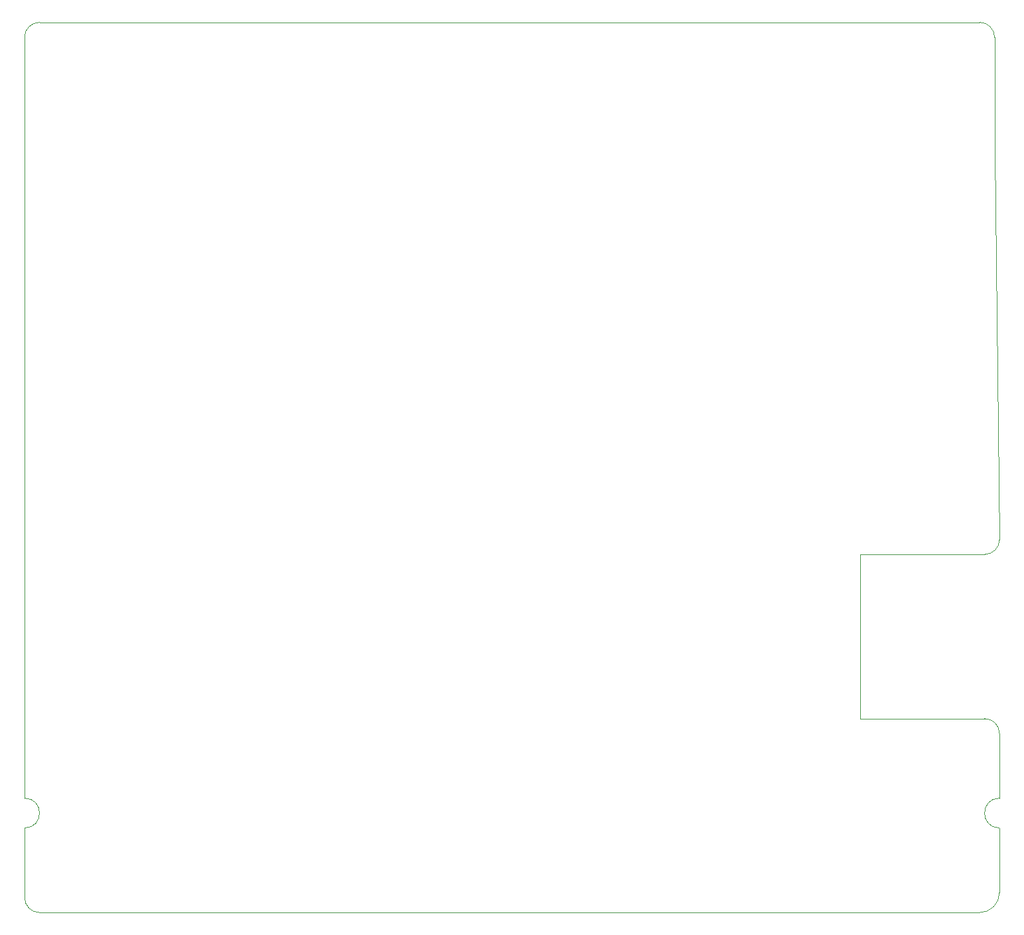
<source format=gbr>
G04 #@! TF.GenerationSoftware,KiCad,Pcbnew,(5.1.5)-3*
G04 #@! TF.CreationDate,2020-01-06T20:04:16-06:00*
G04 #@! TF.ProjectId,DriveBoard2020,44726976-6542-46f6-9172-64323032302e,rev?*
G04 #@! TF.SameCoordinates,Original*
G04 #@! TF.FileFunction,Profile,NP*
%FSLAX46Y46*%
G04 Gerber Fmt 4.6, Leading zero omitted, Abs format (unit mm)*
G04 Created by KiCad (PCBNEW (5.1.5)-3) date 2020-01-06 20:04:16*
%MOMM*%
%LPD*%
G04 APERTURE LIST*
%ADD10C,0.050000*%
G04 APERTURE END LIST*
D10*
X111125000Y-130810000D02*
X111125000Y-132715000D01*
X111125000Y-130810000D02*
G75*
G02X113030000Y-128905000I1905000J0D01*
G01*
X116840000Y-128905000D02*
X113030000Y-128905000D01*
X140970000Y-128905000D02*
X116840000Y-128905000D01*
X156210000Y-128905000D02*
X140970000Y-128905000D01*
X111125000Y-153670000D02*
X111125000Y-132715000D01*
X111125000Y-154940000D02*
X111125000Y-153670000D01*
X111125000Y-227965000D02*
X111125000Y-154940000D01*
X111125000Y-227965000D02*
G75*
G02X111125000Y-231775000I0J-1905000D01*
G01*
X111125000Y-240665000D02*
X111125000Y-231775000D01*
X113030000Y-242570000D02*
G75*
G02X111125000Y-240665000I0J1905000D01*
G01*
X233045000Y-242570000D02*
X113030000Y-242570000D01*
X233045000Y-128905000D02*
X156210000Y-128905000D01*
X234950000Y-145415000D02*
X235585000Y-194945000D01*
X234950000Y-130810000D02*
X234950000Y-145415000D01*
X233045000Y-128905000D02*
G75*
G02X234950000Y-130810000I0J-1905000D01*
G01*
X235585000Y-194945000D02*
G75*
G02X233680000Y-196850000I-1905000J0D01*
G01*
X217805000Y-196850000D02*
X233680000Y-196850000D01*
X217805000Y-217805000D02*
X217805000Y-196850000D01*
X233680000Y-217805000D02*
X217805000Y-217805000D01*
X233680000Y-217805000D02*
G75*
G02X235585000Y-219710000I0J-1905000D01*
G01*
X235585000Y-227965000D02*
X235585000Y-219710000D01*
X235585000Y-231775000D02*
G75*
G02X235585000Y-227965000I0J1905000D01*
G01*
X235585000Y-240030000D02*
X235585000Y-231775000D01*
X235585000Y-240030000D02*
G75*
G02X233045000Y-242570000I-2540000J0D01*
G01*
M02*

</source>
